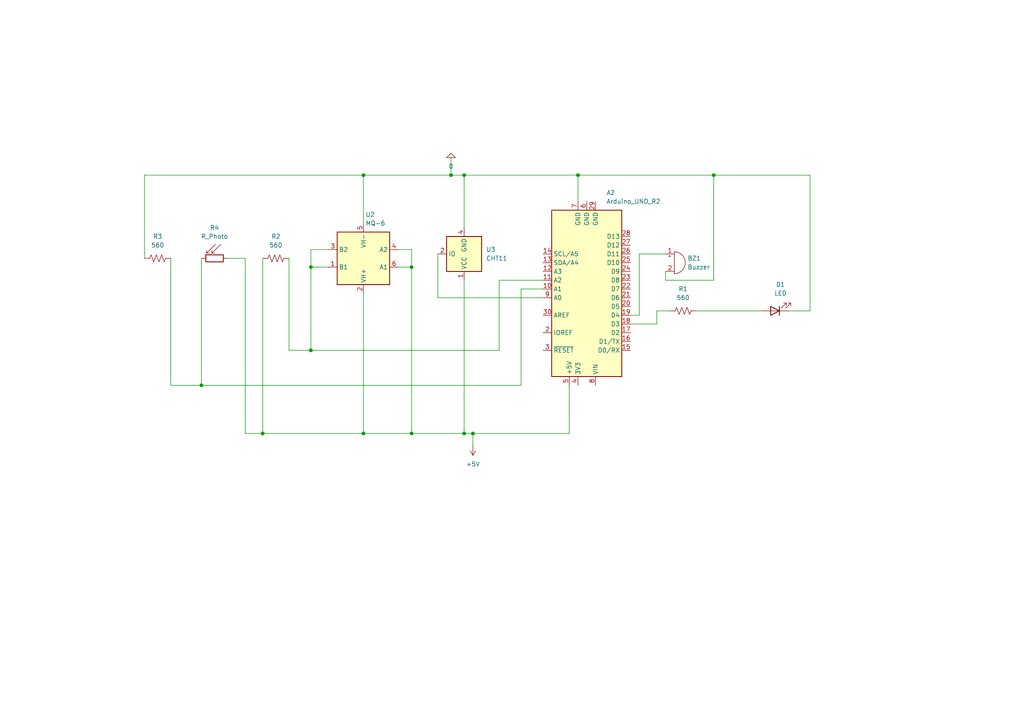
<source format=kicad_sch>
(kicad_sch (version 20230121) (generator eeschema)

  (uuid 379d01d2-c2ac-4388-98a1-30d97a5c0af9)

  (paper "A4")

  (lib_symbols
    (symbol "Device:Buzzer" (pin_names (offset 0.0254) hide) (in_bom yes) (on_board yes)
      (property "Reference" "BZ" (at 3.81 1.27 0)
        (effects (font (size 1.27 1.27)) (justify left))
      )
      (property "Value" "Buzzer" (at 3.81 -1.27 0)
        (effects (font (size 1.27 1.27)) (justify left))
      )
      (property "Footprint" "" (at -0.635 2.54 90)
        (effects (font (size 1.27 1.27)) hide)
      )
      (property "Datasheet" "~" (at -0.635 2.54 90)
        (effects (font (size 1.27 1.27)) hide)
      )
      (property "ki_keywords" "quartz resonator ceramic" (at 0 0 0)
        (effects (font (size 1.27 1.27)) hide)
      )
      (property "ki_description" "Buzzer, polarized" (at 0 0 0)
        (effects (font (size 1.27 1.27)) hide)
      )
      (property "ki_fp_filters" "*Buzzer*" (at 0 0 0)
        (effects (font (size 1.27 1.27)) hide)
      )
      (symbol "Buzzer_0_1"
        (arc (start 0 -3.175) (mid 3.1612 0) (end 0 3.175)
          (stroke (width 0) (type default))
          (fill (type none))
        )
        (polyline
          (pts
            (xy -1.651 1.905)
            (xy -1.143 1.905)
          )
          (stroke (width 0) (type default))
          (fill (type none))
        )
        (polyline
          (pts
            (xy -1.397 2.159)
            (xy -1.397 1.651)
          )
          (stroke (width 0) (type default))
          (fill (type none))
        )
        (polyline
          (pts
            (xy 0 3.175)
            (xy 0 -3.175)
          )
          (stroke (width 0) (type default))
          (fill (type none))
        )
      )
      (symbol "Buzzer_1_1"
        (pin passive line (at -2.54 2.54 0) (length 2.54)
          (name "-" (effects (font (size 1.27 1.27))))
          (number "1" (effects (font (size 1.27 1.27))))
        )
        (pin passive line (at -2.54 -2.54 0) (length 2.54)
          (name "+" (effects (font (size 1.27 1.27))))
          (number "2" (effects (font (size 1.27 1.27))))
        )
      )
    )
    (symbol "Device:LED" (pin_numbers hide) (pin_names (offset 1.016) hide) (in_bom yes) (on_board yes)
      (property "Reference" "D" (at 0 2.54 0)
        (effects (font (size 1.27 1.27)))
      )
      (property "Value" "LED" (at 0 -2.54 0)
        (effects (font (size 1.27 1.27)))
      )
      (property "Footprint" "" (at 0 0 0)
        (effects (font (size 1.27 1.27)) hide)
      )
      (property "Datasheet" "~" (at 0 0 0)
        (effects (font (size 1.27 1.27)) hide)
      )
      (property "ki_keywords" "LED diode" (at 0 0 0)
        (effects (font (size 1.27 1.27)) hide)
      )
      (property "ki_description" "Light emitting diode" (at 0 0 0)
        (effects (font (size 1.27 1.27)) hide)
      )
      (property "ki_fp_filters" "LED* LED_SMD:* LED_THT:*" (at 0 0 0)
        (effects (font (size 1.27 1.27)) hide)
      )
      (symbol "LED_0_1"
        (polyline
          (pts
            (xy -1.27 -1.27)
            (xy -1.27 1.27)
          )
          (stroke (width 0.254) (type default))
          (fill (type none))
        )
        (polyline
          (pts
            (xy -1.27 0)
            (xy 1.27 0)
          )
          (stroke (width 0) (type default))
          (fill (type none))
        )
        (polyline
          (pts
            (xy 1.27 -1.27)
            (xy 1.27 1.27)
            (xy -1.27 0)
            (xy 1.27 -1.27)
          )
          (stroke (width 0.254) (type default))
          (fill (type none))
        )
        (polyline
          (pts
            (xy -3.048 -0.762)
            (xy -4.572 -2.286)
            (xy -3.81 -2.286)
            (xy -4.572 -2.286)
            (xy -4.572 -1.524)
          )
          (stroke (width 0) (type default))
          (fill (type none))
        )
        (polyline
          (pts
            (xy -1.778 -0.762)
            (xy -3.302 -2.286)
            (xy -2.54 -2.286)
            (xy -3.302 -2.286)
            (xy -3.302 -1.524)
          )
          (stroke (width 0) (type default))
          (fill (type none))
        )
      )
      (symbol "LED_1_1"
        (pin passive line (at -3.81 0 0) (length 2.54)
          (name "K" (effects (font (size 1.27 1.27))))
          (number "1" (effects (font (size 1.27 1.27))))
        )
        (pin passive line (at 3.81 0 180) (length 2.54)
          (name "A" (effects (font (size 1.27 1.27))))
          (number "2" (effects (font (size 1.27 1.27))))
        )
      )
    )
    (symbol "Device:R_Photo" (pin_numbers hide) (pin_names (offset 0)) (in_bom yes) (on_board yes)
      (property "Reference" "R" (at 1.27 1.27 0)
        (effects (font (size 1.27 1.27)) (justify left))
      )
      (property "Value" "R_Photo" (at 1.27 0 0)
        (effects (font (size 1.27 1.27)) (justify left top))
      )
      (property "Footprint" "" (at 1.27 -6.35 90)
        (effects (font (size 1.27 1.27)) (justify left) hide)
      )
      (property "Datasheet" "~" (at 0 -1.27 0)
        (effects (font (size 1.27 1.27)) hide)
      )
      (property "ki_keywords" "resistor variable light sensitive opto LDR" (at 0 0 0)
        (effects (font (size 1.27 1.27)) hide)
      )
      (property "ki_description" "Photoresistor" (at 0 0 0)
        (effects (font (size 1.27 1.27)) hide)
      )
      (property "ki_fp_filters" "*LDR* R?LDR*" (at 0 0 0)
        (effects (font (size 1.27 1.27)) hide)
      )
      (symbol "R_Photo_0_1"
        (rectangle (start -1.016 2.54) (end 1.016 -2.54)
          (stroke (width 0.254) (type default))
          (fill (type none))
        )
        (polyline
          (pts
            (xy -1.524 -2.286)
            (xy -4.064 0.254)
          )
          (stroke (width 0) (type default))
          (fill (type none))
        )
        (polyline
          (pts
            (xy -1.524 -2.286)
            (xy -2.286 -2.286)
          )
          (stroke (width 0) (type default))
          (fill (type none))
        )
        (polyline
          (pts
            (xy -1.524 -2.286)
            (xy -1.524 -1.524)
          )
          (stroke (width 0) (type default))
          (fill (type none))
        )
        (polyline
          (pts
            (xy -1.524 -0.762)
            (xy -4.064 1.778)
          )
          (stroke (width 0) (type default))
          (fill (type none))
        )
        (polyline
          (pts
            (xy -1.524 -0.762)
            (xy -2.286 -0.762)
          )
          (stroke (width 0) (type default))
          (fill (type none))
        )
        (polyline
          (pts
            (xy -1.524 -0.762)
            (xy -1.524 0)
          )
          (stroke (width 0) (type default))
          (fill (type none))
        )
      )
      (symbol "R_Photo_1_1"
        (pin passive line (at 0 3.81 270) (length 1.27)
          (name "~" (effects (font (size 1.27 1.27))))
          (number "1" (effects (font (size 1.27 1.27))))
        )
        (pin passive line (at 0 -3.81 90) (length 1.27)
          (name "~" (effects (font (size 1.27 1.27))))
          (number "2" (effects (font (size 1.27 1.27))))
        )
      )
    )
    (symbol "Device:R_US" (pin_numbers hide) (pin_names (offset 0)) (in_bom yes) (on_board yes)
      (property "Reference" "R" (at 2.54 0 90)
        (effects (font (size 1.27 1.27)))
      )
      (property "Value" "R_US" (at -2.54 0 90)
        (effects (font (size 1.27 1.27)))
      )
      (property "Footprint" "" (at 1.016 -0.254 90)
        (effects (font (size 1.27 1.27)) hide)
      )
      (property "Datasheet" "~" (at 0 0 0)
        (effects (font (size 1.27 1.27)) hide)
      )
      (property "ki_keywords" "R res resistor" (at 0 0 0)
        (effects (font (size 1.27 1.27)) hide)
      )
      (property "ki_description" "Resistor, US symbol" (at 0 0 0)
        (effects (font (size 1.27 1.27)) hide)
      )
      (property "ki_fp_filters" "R_*" (at 0 0 0)
        (effects (font (size 1.27 1.27)) hide)
      )
      (symbol "R_US_0_1"
        (polyline
          (pts
            (xy 0 -2.286)
            (xy 0 -2.54)
          )
          (stroke (width 0) (type default))
          (fill (type none))
        )
        (polyline
          (pts
            (xy 0 2.286)
            (xy 0 2.54)
          )
          (stroke (width 0) (type default))
          (fill (type none))
        )
        (polyline
          (pts
            (xy 0 -0.762)
            (xy 1.016 -1.143)
            (xy 0 -1.524)
            (xy -1.016 -1.905)
            (xy 0 -2.286)
          )
          (stroke (width 0) (type default))
          (fill (type none))
        )
        (polyline
          (pts
            (xy 0 0.762)
            (xy 1.016 0.381)
            (xy 0 0)
            (xy -1.016 -0.381)
            (xy 0 -0.762)
          )
          (stroke (width 0) (type default))
          (fill (type none))
        )
        (polyline
          (pts
            (xy 0 2.286)
            (xy 1.016 1.905)
            (xy 0 1.524)
            (xy -1.016 1.143)
            (xy 0 0.762)
          )
          (stroke (width 0) (type default))
          (fill (type none))
        )
      )
      (symbol "R_US_1_1"
        (pin passive line (at 0 3.81 270) (length 1.27)
          (name "~" (effects (font (size 1.27 1.27))))
          (number "1" (effects (font (size 1.27 1.27))))
        )
        (pin passive line (at 0 -3.81 90) (length 1.27)
          (name "~" (effects (font (size 1.27 1.27))))
          (number "2" (effects (font (size 1.27 1.27))))
        )
      )
    )
    (symbol "MCU_Module:Arduino_UNO_R2" (in_bom yes) (on_board yes)
      (property "Reference" "A" (at -10.16 23.495 0)
        (effects (font (size 1.27 1.27)) (justify left bottom))
      )
      (property "Value" "Arduino_UNO_R2" (at 5.08 -26.67 0)
        (effects (font (size 1.27 1.27)) (justify left top))
      )
      (property "Footprint" "Module:Arduino_UNO_R2" (at 0 0 0)
        (effects (font (size 1.27 1.27) italic) hide)
      )
      (property "Datasheet" "https://www.arduino.cc/en/Main/arduinoBoardUno" (at 0 0 0)
        (effects (font (size 1.27 1.27)) hide)
      )
      (property "ki_keywords" "Arduino UNO R3 Microcontroller Module Atmel AVR USB" (at 0 0 0)
        (effects (font (size 1.27 1.27)) hide)
      )
      (property "ki_description" "Arduino UNO Microcontroller Module, release 2" (at 0 0 0)
        (effects (font (size 1.27 1.27)) hide)
      )
      (property "ki_fp_filters" "Arduino*UNO*R2*" (at 0 0 0)
        (effects (font (size 1.27 1.27)) hide)
      )
      (symbol "Arduino_UNO_R2_0_1"
        (rectangle (start -10.16 22.86) (end 10.16 -25.4)
          (stroke (width 0.254) (type default))
          (fill (type background))
        )
      )
      (symbol "Arduino_UNO_R2_1_1"
        (pin no_connect line (at -10.16 -20.32 0) (length 2.54) hide
          (name "NC" (effects (font (size 1.27 1.27))))
          (number "1" (effects (font (size 1.27 1.27))))
        )
        (pin bidirectional line (at 12.7 -2.54 180) (length 2.54)
          (name "A1" (effects (font (size 1.27 1.27))))
          (number "10" (effects (font (size 1.27 1.27))))
        )
        (pin bidirectional line (at 12.7 -5.08 180) (length 2.54)
          (name "A2" (effects (font (size 1.27 1.27))))
          (number "11" (effects (font (size 1.27 1.27))))
        )
        (pin bidirectional line (at 12.7 -7.62 180) (length 2.54)
          (name "A3" (effects (font (size 1.27 1.27))))
          (number "12" (effects (font (size 1.27 1.27))))
        )
        (pin bidirectional line (at 12.7 -10.16 180) (length 2.54)
          (name "SDA/A4" (effects (font (size 1.27 1.27))))
          (number "13" (effects (font (size 1.27 1.27))))
        )
        (pin bidirectional line (at 12.7 -12.7 180) (length 2.54)
          (name "SCL/A5" (effects (font (size 1.27 1.27))))
          (number "14" (effects (font (size 1.27 1.27))))
        )
        (pin bidirectional line (at -12.7 15.24 0) (length 2.54)
          (name "D0/RX" (effects (font (size 1.27 1.27))))
          (number "15" (effects (font (size 1.27 1.27))))
        )
        (pin bidirectional line (at -12.7 12.7 0) (length 2.54)
          (name "D1/TX" (effects (font (size 1.27 1.27))))
          (number "16" (effects (font (size 1.27 1.27))))
        )
        (pin bidirectional line (at -12.7 10.16 0) (length 2.54)
          (name "D2" (effects (font (size 1.27 1.27))))
          (number "17" (effects (font (size 1.27 1.27))))
        )
        (pin bidirectional line (at -12.7 7.62 0) (length 2.54)
          (name "D3" (effects (font (size 1.27 1.27))))
          (number "18" (effects (font (size 1.27 1.27))))
        )
        (pin bidirectional line (at -12.7 5.08 0) (length 2.54)
          (name "D4" (effects (font (size 1.27 1.27))))
          (number "19" (effects (font (size 1.27 1.27))))
        )
        (pin output line (at 12.7 10.16 180) (length 2.54)
          (name "IOREF" (effects (font (size 1.27 1.27))))
          (number "2" (effects (font (size 1.27 1.27))))
        )
        (pin bidirectional line (at -12.7 2.54 0) (length 2.54)
          (name "D5" (effects (font (size 1.27 1.27))))
          (number "20" (effects (font (size 1.27 1.27))))
        )
        (pin bidirectional line (at -12.7 0 0) (length 2.54)
          (name "D6" (effects (font (size 1.27 1.27))))
          (number "21" (effects (font (size 1.27 1.27))))
        )
        (pin bidirectional line (at -12.7 -2.54 0) (length 2.54)
          (name "D7" (effects (font (size 1.27 1.27))))
          (number "22" (effects (font (size 1.27 1.27))))
        )
        (pin bidirectional line (at -12.7 -5.08 0) (length 2.54)
          (name "D8" (effects (font (size 1.27 1.27))))
          (number "23" (effects (font (size 1.27 1.27))))
        )
        (pin bidirectional line (at -12.7 -7.62 0) (length 2.54)
          (name "D9" (effects (font (size 1.27 1.27))))
          (number "24" (effects (font (size 1.27 1.27))))
        )
        (pin bidirectional line (at -12.7 -10.16 0) (length 2.54)
          (name "D10" (effects (font (size 1.27 1.27))))
          (number "25" (effects (font (size 1.27 1.27))))
        )
        (pin bidirectional line (at -12.7 -12.7 0) (length 2.54)
          (name "D11" (effects (font (size 1.27 1.27))))
          (number "26" (effects (font (size 1.27 1.27))))
        )
        (pin bidirectional line (at -12.7 -15.24 0) (length 2.54)
          (name "D12" (effects (font (size 1.27 1.27))))
          (number "27" (effects (font (size 1.27 1.27))))
        )
        (pin bidirectional line (at -12.7 -17.78 0) (length 2.54)
          (name "D13" (effects (font (size 1.27 1.27))))
          (number "28" (effects (font (size 1.27 1.27))))
        )
        (pin power_in line (at -2.54 -27.94 90) (length 2.54)
          (name "GND" (effects (font (size 1.27 1.27))))
          (number "29" (effects (font (size 1.27 1.27))))
        )
        (pin input line (at 12.7 15.24 180) (length 2.54)
          (name "~{RESET}" (effects (font (size 1.27 1.27))))
          (number "3" (effects (font (size 1.27 1.27))))
        )
        (pin input line (at 12.7 5.08 180) (length 2.54)
          (name "AREF" (effects (font (size 1.27 1.27))))
          (number "30" (effects (font (size 1.27 1.27))))
        )
        (pin power_out line (at 2.54 25.4 270) (length 2.54)
          (name "3V3" (effects (font (size 1.27 1.27))))
          (number "4" (effects (font (size 1.27 1.27))))
        )
        (pin power_out line (at 5.08 25.4 270) (length 2.54)
          (name "+5V" (effects (font (size 1.27 1.27))))
          (number "5" (effects (font (size 1.27 1.27))))
        )
        (pin power_in line (at 0 -27.94 90) (length 2.54)
          (name "GND" (effects (font (size 1.27 1.27))))
          (number "6" (effects (font (size 1.27 1.27))))
        )
        (pin power_in line (at 2.54 -27.94 90) (length 2.54)
          (name "GND" (effects (font (size 1.27 1.27))))
          (number "7" (effects (font (size 1.27 1.27))))
        )
        (pin power_in line (at -2.54 25.4 270) (length 2.54)
          (name "VIN" (effects (font (size 1.27 1.27))))
          (number "8" (effects (font (size 1.27 1.27))))
        )
        (pin bidirectional line (at 12.7 0 180) (length 2.54)
          (name "A0" (effects (font (size 1.27 1.27))))
          (number "9" (effects (font (size 1.27 1.27))))
        )
      )
    )
    (symbol "Sensor:CHT11" (in_bom yes) (on_board yes)
      (property "Reference" "U" (at -3.81 6.35 0)
        (effects (font (size 1.27 1.27)))
      )
      (property "Value" "CHT11" (at 3.81 6.35 0)
        (effects (font (size 1.27 1.27)))
      )
      (property "Footprint" "Sensor:Aosong_DHT11_5.5x12.0_P2.54mm" (at 0 -10.16 0)
        (effects (font (size 1.27 1.27)) hide)
      )
      (property "Datasheet" "http://aosong.com/en/products-21.html" (at 3.81 6.35 0)
        (effects (font (size 1.27 1.27)) hide)
      )
      (property "ki_keywords" "Digital temperature humidity sensor" (at 0 0 0)
        (effects (font (size 1.27 1.27)) hide)
      )
      (property "ki_description" "Temperature and humidity module" (at 0 0 0)
        (effects (font (size 1.27 1.27)) hide)
      )
      (property "ki_fp_filters" "Aosong*DHT11*5.5x12.0*P2.54mm*" (at 0 0 0)
        (effects (font (size 1.27 1.27)) hide)
      )
      (symbol "CHT11_0_1"
        (rectangle (start -5.08 5.08) (end 5.08 -5.08)
          (stroke (width 0.254) (type default))
          (fill (type background))
        )
      )
      (symbol "CHT11_1_1"
        (pin power_in line (at 0 7.62 270) (length 2.54)
          (name "VCC" (effects (font (size 1.27 1.27))))
          (number "1" (effects (font (size 1.27 1.27))))
        )
        (pin bidirectional line (at 7.62 0 180) (length 2.54)
          (name "IO" (effects (font (size 1.27 1.27))))
          (number "2" (effects (font (size 1.27 1.27))))
        )
        (pin no_connect line (at -5.08 0 0) (length 2.54) hide
          (name "NC" (effects (font (size 1.27 1.27))))
          (number "3" (effects (font (size 1.27 1.27))))
        )
        (pin power_in line (at 0 -7.62 90) (length 2.54)
          (name "GND" (effects (font (size 1.27 1.27))))
          (number "4" (effects (font (size 1.27 1.27))))
        )
      )
    )
    (symbol "Sensor_Gas:MQ-6" (in_bom yes) (on_board yes)
      (property "Reference" "U" (at -6.35 8.89 0)
        (effects (font (size 1.27 1.27)))
      )
      (property "Value" "MQ-6" (at 3.81 8.89 0)
        (effects (font (size 1.27 1.27)))
      )
      (property "Footprint" "Sensor:MQ-6" (at 1.27 -11.43 0)
        (effects (font (size 1.27 1.27)) hide)
      )
      (property "Datasheet" "https://www.winsen-sensor.com/d/files/semiconductor/mq-6.pdf" (at 0 6.35 0)
        (effects (font (size 1.27 1.27)) hide)
      )
      (property "ki_keywords" "flammable gas sensor LPG" (at 0 0 0)
        (effects (font (size 1.27 1.27)) hide)
      )
      (property "ki_description" "Semiconductor Sensor for Flammable Gas" (at 0 0 0)
        (effects (font (size 1.27 1.27)) hide)
      )
      (property "ki_fp_filters" "*MQ*6*" (at 0 0 0)
        (effects (font (size 1.27 1.27)) hide)
      )
      (symbol "MQ-6_0_1"
        (rectangle (start -7.62 7.62) (end 7.62 -7.62)
          (stroke (width 0.254) (type default))
          (fill (type background))
        )
      )
      (symbol "MQ-6_1_1"
        (pin passive line (at 10.16 2.54 180) (length 2.54)
          (name "B1" (effects (font (size 1.27 1.27))))
          (number "1" (effects (font (size 1.27 1.27))))
        )
        (pin power_in line (at 0 10.16 270) (length 2.54)
          (name "VH+" (effects (font (size 1.27 1.27))))
          (number "2" (effects (font (size 1.27 1.27))))
        )
        (pin passive line (at 10.16 -2.54 180) (length 2.54)
          (name "B2" (effects (font (size 1.27 1.27))))
          (number "3" (effects (font (size 1.27 1.27))))
        )
        (pin passive line (at -10.16 -2.54 0) (length 2.54)
          (name "A2" (effects (font (size 1.27 1.27))))
          (number "4" (effects (font (size 1.27 1.27))))
        )
        (pin power_in line (at 0 -10.16 90) (length 2.54)
          (name "VH-" (effects (font (size 1.27 1.27))))
          (number "5" (effects (font (size 1.27 1.27))))
        )
        (pin passive line (at -10.16 2.54 0) (length 2.54)
          (name "A1" (effects (font (size 1.27 1.27))))
          (number "6" (effects (font (size 1.27 1.27))))
        )
      )
    )
    (symbol "Simulation_SPICE:0" (power) (pin_names (offset 0)) (in_bom yes) (on_board yes)
      (property "Reference" "#GND" (at 0 -2.54 0)
        (effects (font (size 1.27 1.27)) hide)
      )
      (property "Value" "0" (at 0 -1.778 0)
        (effects (font (size 1.27 1.27)))
      )
      (property "Footprint" "" (at 0 0 0)
        (effects (font (size 1.27 1.27)) hide)
      )
      (property "Datasheet" "~" (at 0 0 0)
        (effects (font (size 1.27 1.27)) hide)
      )
      (property "ki_keywords" "simulation" (at 0 0 0)
        (effects (font (size 1.27 1.27)) hide)
      )
      (property "ki_description" "0V reference potential for simulation" (at 0 0 0)
        (effects (font (size 1.27 1.27)) hide)
      )
      (symbol "0_0_1"
        (polyline
          (pts
            (xy -1.27 0)
            (xy 0 -1.27)
            (xy 1.27 0)
            (xy -1.27 0)
          )
          (stroke (width 0) (type default))
          (fill (type none))
        )
      )
      (symbol "0_1_1"
        (pin power_in line (at 0 0 0) (length 0) hide
          (name "0" (effects (font (size 1.016 1.016))))
          (number "1" (effects (font (size 1.016 1.016))))
        )
      )
    )
    (symbol "power:+5V" (power) (pin_names (offset 0)) (in_bom yes) (on_board yes)
      (property "Reference" "#PWR" (at 0 -3.81 0)
        (effects (font (size 1.27 1.27)) hide)
      )
      (property "Value" "+5V" (at 0 3.556 0)
        (effects (font (size 1.27 1.27)))
      )
      (property "Footprint" "" (at 0 0 0)
        (effects (font (size 1.27 1.27)) hide)
      )
      (property "Datasheet" "" (at 0 0 0)
        (effects (font (size 1.27 1.27)) hide)
      )
      (property "ki_keywords" "global power" (at 0 0 0)
        (effects (font (size 1.27 1.27)) hide)
      )
      (property "ki_description" "Power symbol creates a global label with name \"+5V\"" (at 0 0 0)
        (effects (font (size 1.27 1.27)) hide)
      )
      (symbol "+5V_0_1"
        (polyline
          (pts
            (xy -0.762 1.27)
            (xy 0 2.54)
          )
          (stroke (width 0) (type default))
          (fill (type none))
        )
        (polyline
          (pts
            (xy 0 0)
            (xy 0 2.54)
          )
          (stroke (width 0) (type default))
          (fill (type none))
        )
        (polyline
          (pts
            (xy 0 2.54)
            (xy 0.762 1.27)
          )
          (stroke (width 0) (type default))
          (fill (type none))
        )
      )
      (symbol "+5V_1_1"
        (pin power_in line (at 0 0 90) (length 0) hide
          (name "+5V" (effects (font (size 1.27 1.27))))
          (number "1" (effects (font (size 1.27 1.27))))
        )
      )
    )
  )

  (junction (at 137.16 125.73) (diameter 0) (color 0 0 0 0)
    (uuid 0dd76a0d-6f43-4b91-bfea-f9392defb786)
  )
  (junction (at 130.81 50.8) (diameter 0) (color 0 0 0 0)
    (uuid 3a0059aa-e2ce-41c8-8e79-6453f6b27dc4)
  )
  (junction (at 76.2 125.73) (diameter 0) (color 0 0 0 0)
    (uuid 49c9e65f-ce48-4f64-84a7-d734bba9038f)
  )
  (junction (at 90.17 101.6) (diameter 0) (color 0 0 0 0)
    (uuid 58691e2f-97c5-41aa-be38-35c001b8f847)
  )
  (junction (at 207.01 50.8) (diameter 0) (color 0 0 0 0)
    (uuid 58f4404b-e039-406a-8bd2-1d4dbd386b05)
  )
  (junction (at 90.17 77.47) (diameter 0) (color 0 0 0 0)
    (uuid 679fa4b3-77d4-49fd-bfc3-df9e579a4fd9)
  )
  (junction (at 105.41 50.8) (diameter 0) (color 0 0 0 0)
    (uuid 715ee286-77a8-4161-9053-e12a04a6dd81)
  )
  (junction (at 134.62 125.73) (diameter 0) (color 0 0 0 0)
    (uuid 771ca81c-049a-4814-add0-d3a9e776e35c)
  )
  (junction (at 134.62 50.8) (diameter 0) (color 0 0 0 0)
    (uuid 77811f43-05ea-46ac-8210-cebd0871b61a)
  )
  (junction (at 167.64 50.8) (diameter 0) (color 0 0 0 0)
    (uuid b3310193-3cb9-4ee7-ae9d-d69c380c3e4c)
  )
  (junction (at 119.38 125.73) (diameter 0) (color 0 0 0 0)
    (uuid b50d7360-0c7b-4c03-ad95-bdabfd389002)
  )
  (junction (at 58.42 111.76) (diameter 0) (color 0 0 0 0)
    (uuid bf3bb13c-4579-4560-bb18-e5e552373ab0)
  )
  (junction (at 105.41 125.73) (diameter 0) (color 0 0 0 0)
    (uuid dd2627ec-6a45-4ac8-853f-0ae946fa8534)
  )
  (junction (at 119.38 77.47) (diameter 0) (color 0 0 0 0)
    (uuid fa1b5ae6-5d5f-40f7-92e6-83c4b0e9c969)
  )

  (wire (pts (xy 185.42 73.66) (xy 185.42 91.44))
    (stroke (width 0) (type default))
    (uuid 0e1a7416-8528-41c9-8626-01d7a8ecdec7)
  )
  (wire (pts (xy 134.62 125.73) (xy 137.16 125.73))
    (stroke (width 0) (type default))
    (uuid 0f8381b9-63f2-4bd2-89f6-848587f596ec)
  )
  (wire (pts (xy 119.38 125.73) (xy 134.62 125.73))
    (stroke (width 0) (type default))
    (uuid 17753455-59f3-4125-b3b9-d048047dbb83)
  )
  (wire (pts (xy 144.78 81.28) (xy 144.78 101.6))
    (stroke (width 0) (type default))
    (uuid 177c3955-8e1f-41e0-94de-c51eb035a243)
  )
  (wire (pts (xy 151.13 83.82) (xy 151.13 111.76))
    (stroke (width 0) (type default))
    (uuid 17ea240f-5d97-4b5e-801c-bfc8e22fdd40)
  )
  (wire (pts (xy 194.31 90.17) (xy 190.5 90.17))
    (stroke (width 0) (type default))
    (uuid 181d465f-bb6e-481b-8773-0f802cf6fb3b)
  )
  (wire (pts (xy 115.57 72.39) (xy 119.38 72.39))
    (stroke (width 0) (type default))
    (uuid 1b218b1c-4f08-4f67-bbe5-eb4c4acc9bcb)
  )
  (wire (pts (xy 167.64 50.8) (xy 207.01 50.8))
    (stroke (width 0) (type default))
    (uuid 20b7c563-c9dc-44e3-9b8d-b7d0f023177b)
  )
  (wire (pts (xy 49.53 111.76) (xy 58.42 111.76))
    (stroke (width 0) (type default))
    (uuid 29f9c1e9-604b-4e87-ab96-4569a64c92c8)
  )
  (wire (pts (xy 127 86.36) (xy 157.48 86.36))
    (stroke (width 0) (type default))
    (uuid 30df68c5-d68a-48cd-a723-68e71593573a)
  )
  (wire (pts (xy 207.01 50.8) (xy 234.95 50.8))
    (stroke (width 0) (type default))
    (uuid 3b75c441-1f9d-4fb6-98f8-10b797dc2cad)
  )
  (wire (pts (xy 134.62 50.8) (xy 167.64 50.8))
    (stroke (width 0) (type default))
    (uuid 41c5b82c-9b33-4750-b717-390c018eece5)
  )
  (wire (pts (xy 201.93 90.17) (xy 220.98 90.17))
    (stroke (width 0) (type default))
    (uuid 431816fd-4834-4ea4-884e-1ce0102df6f0)
  )
  (wire (pts (xy 105.41 125.73) (xy 119.38 125.73))
    (stroke (width 0) (type default))
    (uuid 44858bd8-18a4-49f3-804d-9d10f12559f6)
  )
  (wire (pts (xy 76.2 125.73) (xy 105.41 125.73))
    (stroke (width 0) (type default))
    (uuid 44b31897-294e-4135-aa08-154a5bb1a9e7)
  )
  (wire (pts (xy 193.04 73.66) (xy 185.42 73.66))
    (stroke (width 0) (type default))
    (uuid 45e80131-d936-493e-b5f5-fa274e5c5655)
  )
  (wire (pts (xy 90.17 72.39) (xy 95.25 72.39))
    (stroke (width 0) (type default))
    (uuid 498104b8-05cb-4ebe-982e-f4113302501e)
  )
  (wire (pts (xy 167.64 50.8) (xy 167.64 58.42))
    (stroke (width 0) (type default))
    (uuid 4a466a9f-9fcb-43b0-8b56-e0b310a1e081)
  )
  (wire (pts (xy 130.81 50.8) (xy 134.62 50.8))
    (stroke (width 0) (type default))
    (uuid 4b7614ea-43bd-417d-9d33-aca73126569e)
  )
  (wire (pts (xy 49.53 74.93) (xy 49.53 111.76))
    (stroke (width 0) (type default))
    (uuid 51ab2a0d-cbc8-4e58-b185-a2a31cc6901b)
  )
  (wire (pts (xy 190.5 93.98) (xy 182.88 93.98))
    (stroke (width 0) (type default))
    (uuid 52cad131-2b71-419f-82b1-fd7f57d061a4)
  )
  (wire (pts (xy 165.1 125.73) (xy 165.1 111.76))
    (stroke (width 0) (type default))
    (uuid 5aff6aa8-2281-47f6-9b9f-9e6d25e159f6)
  )
  (wire (pts (xy 119.38 72.39) (xy 119.38 77.47))
    (stroke (width 0) (type default))
    (uuid 6524e5d9-901e-465e-a22a-985027517d01)
  )
  (wire (pts (xy 134.62 66.04) (xy 134.62 50.8))
    (stroke (width 0) (type default))
    (uuid 6a0c3cbd-901c-4e77-aab3-f7442a78630e)
  )
  (wire (pts (xy 71.12 74.93) (xy 71.12 125.73))
    (stroke (width 0) (type default))
    (uuid 6be6556f-83e0-4bce-8a84-6790ac0fd6d1)
  )
  (wire (pts (xy 66.04 74.93) (xy 71.12 74.93))
    (stroke (width 0) (type default))
    (uuid 6cfa0a2e-096a-47a8-b3f9-2eb30cfd584f)
  )
  (wire (pts (xy 119.38 77.47) (xy 119.38 125.73))
    (stroke (width 0) (type default))
    (uuid 79834fff-a2c1-4b44-8cae-35dc7c46d87a)
  )
  (wire (pts (xy 134.62 81.28) (xy 134.62 125.73))
    (stroke (width 0) (type default))
    (uuid 7cb7d401-dfb7-433c-8e9c-810acb0144c9)
  )
  (wire (pts (xy 58.42 74.93) (xy 58.42 111.76))
    (stroke (width 0) (type default))
    (uuid 858245c2-1fb6-4773-a834-3109b56de4b2)
  )
  (wire (pts (xy 144.78 101.6) (xy 90.17 101.6))
    (stroke (width 0) (type default))
    (uuid 89c47348-462c-4733-aaf7-5f15a320aae8)
  )
  (wire (pts (xy 157.48 81.28) (xy 144.78 81.28))
    (stroke (width 0) (type default))
    (uuid 92d3a2ee-70cd-430e-bb53-f673556a1f68)
  )
  (wire (pts (xy 115.57 77.47) (xy 119.38 77.47))
    (stroke (width 0) (type default))
    (uuid 9606d4e3-13e9-4473-9473-f6732ba144c3)
  )
  (wire (pts (xy 137.16 125.73) (xy 165.1 125.73))
    (stroke (width 0) (type default))
    (uuid 96e14d89-d771-4536-a908-128f350e69f1)
  )
  (wire (pts (xy 105.41 85.09) (xy 105.41 125.73))
    (stroke (width 0) (type default))
    (uuid 99adf821-b571-413c-a28a-e31444d8bec2)
  )
  (wire (pts (xy 137.16 125.73) (xy 137.16 129.54))
    (stroke (width 0) (type default))
    (uuid 9d64239d-070a-4c6c-9765-130481c88605)
  )
  (wire (pts (xy 190.5 90.17) (xy 190.5 93.98))
    (stroke (width 0) (type default))
    (uuid a3c7aa95-927f-4e60-9d96-67a4c87f1565)
  )
  (wire (pts (xy 83.82 74.93) (xy 83.82 101.6))
    (stroke (width 0) (type default))
    (uuid a587c718-be5b-47d6-bb0f-0a406b738f92)
  )
  (wire (pts (xy 83.82 101.6) (xy 90.17 101.6))
    (stroke (width 0) (type default))
    (uuid a78ba839-c857-46c7-8837-4a847de9e86c)
  )
  (wire (pts (xy 185.42 91.44) (xy 182.88 91.44))
    (stroke (width 0) (type default))
    (uuid a7d8eebd-633f-4a0f-ac8a-48c2295927c6)
  )
  (wire (pts (xy 41.91 50.8) (xy 105.41 50.8))
    (stroke (width 0) (type default))
    (uuid a908da18-aa12-4044-8160-3d07dba1dbbd)
  )
  (wire (pts (xy 105.41 64.77) (xy 105.41 50.8))
    (stroke (width 0) (type default))
    (uuid b1011aea-b880-4d79-b178-eab15c467b33)
  )
  (wire (pts (xy 71.12 125.73) (xy 76.2 125.73))
    (stroke (width 0) (type default))
    (uuid bc57e08a-e7e2-4b31-b082-11c01e6bc540)
  )
  (wire (pts (xy 207.01 81.28) (xy 207.01 50.8))
    (stroke (width 0) (type default))
    (uuid bf54c68d-6e9c-421b-8487-7df1456bb79b)
  )
  (wire (pts (xy 228.6 90.17) (xy 234.95 90.17))
    (stroke (width 0) (type default))
    (uuid c810cbf8-8dfb-4ea1-a403-a15c27a08a84)
  )
  (wire (pts (xy 90.17 77.47) (xy 90.17 72.39))
    (stroke (width 0) (type default))
    (uuid cc132d9e-ff6e-417e-84ca-f07ce2f30861)
  )
  (wire (pts (xy 90.17 77.47) (xy 95.25 77.47))
    (stroke (width 0) (type default))
    (uuid dca62137-b205-4dea-ab1d-8387cbec1eb2)
  )
  (wire (pts (xy 130.81 45.72) (xy 130.81 50.8))
    (stroke (width 0) (type default))
    (uuid e0c00591-fd08-4786-907b-56ee644efec9)
  )
  (wire (pts (xy 76.2 74.93) (xy 76.2 125.73))
    (stroke (width 0) (type default))
    (uuid e485ea09-0f0c-4893-900d-d7dbebe53d95)
  )
  (wire (pts (xy 193.04 78.74) (xy 193.04 81.28))
    (stroke (width 0) (type default))
    (uuid e6c7e6a4-ccb1-41fe-aed1-69e0da917ca6)
  )
  (wire (pts (xy 151.13 111.76) (xy 58.42 111.76))
    (stroke (width 0) (type default))
    (uuid edf38fc2-8b13-45f0-822c-65f1fff48964)
  )
  (wire (pts (xy 90.17 101.6) (xy 90.17 77.47))
    (stroke (width 0) (type default))
    (uuid f245836f-d20e-4a2a-b3ed-22204bf098d5)
  )
  (wire (pts (xy 157.48 83.82) (xy 151.13 83.82))
    (stroke (width 0) (type default))
    (uuid f2deb59c-7e25-46fe-9c2b-7a6bd3d9fbbf)
  )
  (wire (pts (xy 127 73.66) (xy 127 86.36))
    (stroke (width 0) (type default))
    (uuid f47a9805-ce51-4fb7-bad9-40376cbb29be)
  )
  (wire (pts (xy 193.04 81.28) (xy 207.01 81.28))
    (stroke (width 0) (type default))
    (uuid f5d40d58-f5aa-4818-93b1-8ab7d40dc82f)
  )
  (wire (pts (xy 105.41 50.8) (xy 130.81 50.8))
    (stroke (width 0) (type default))
    (uuid f812ebe2-59ca-4802-a320-6554052c5264)
  )
  (wire (pts (xy 41.91 74.93) (xy 41.91 50.8))
    (stroke (width 0) (type default))
    (uuid fa5a85e3-4fad-4b7f-a991-fd617e000260)
  )
  (wire (pts (xy 234.95 90.17) (xy 234.95 50.8))
    (stroke (width 0) (type default))
    (uuid fcaad64b-ed12-490e-8bff-b527e3cb0114)
  )

  (symbol (lib_id "Device:R_US") (at 80.01 74.93 90) (unit 1)
    (in_bom yes) (on_board yes) (dnp no) (fields_autoplaced)
    (uuid 0025b0bb-af52-43e7-8136-cb8f9f3ca392)
    (property "Reference" "R2" (at 80.01 68.58 90)
      (effects (font (size 1.27 1.27)))
    )
    (property "Value" "560" (at 80.01 71.12 90)
      (effects (font (size 1.27 1.27)))
    )
    (property "Footprint" "Resistor_THT:R_Axial_DIN0207_L6.3mm_D2.5mm_P10.16mm_Horizontal" (at 80.264 73.914 90)
      (effects (font (size 1.27 1.27)) hide)
    )
    (property "Datasheet" "~" (at 80.01 74.93 0)
      (effects (font (size 1.27 1.27)) hide)
    )
    (pin "1" (uuid e3635cca-c7a5-4c15-ab5e-ed8272e70d63))
    (pin "2" (uuid 0545ebe4-3a60-4ba2-9ff1-7aca14c293cd))
    (instances
      (project "final"
        (path "/379d01d2-c2ac-4388-98a1-30d97a5c0af9"
          (reference "R2") (unit 1)
        )
      )
    )
  )

  (symbol (lib_id "Sensor:CHT11") (at 134.62 73.66 180) (unit 1)
    (in_bom yes) (on_board yes) (dnp no) (fields_autoplaced)
    (uuid 139e31cd-a202-4bc9-8aa2-daace78eb2e2)
    (property "Reference" "U3" (at 140.97 72.39 0)
      (effects (font (size 1.27 1.27)) (justify right))
    )
    (property "Value" "CHT11" (at 140.97 74.93 0)
      (effects (font (size 1.27 1.27)) (justify right))
    )
    (property "Footprint" "Sensor:Aosong_DHT11_5.5x12.0_P2.54mm" (at 134.62 63.5 0)
      (effects (font (size 1.27 1.27)) hide)
    )
    (property "Datasheet" "http://aosong.com/en/products-21.html" (at 130.81 80.01 0)
      (effects (font (size 1.27 1.27)) hide)
    )
    (pin "1" (uuid d88190cf-f47c-4b6b-9c0b-3cd6d6706a54))
    (pin "2" (uuid afca24d1-cfe0-43c3-b950-4d731fd18d2e))
    (pin "3" (uuid 542599c4-442b-456e-a119-b273e3b48aaf))
    (pin "4" (uuid 28763c6c-4063-475e-b6f4-92504282ca18))
    (instances
      (project "final"
        (path "/379d01d2-c2ac-4388-98a1-30d97a5c0af9"
          (reference "U3") (unit 1)
        )
      )
    )
  )

  (symbol (lib_id "Device:R_US") (at 45.72 74.93 90) (unit 1)
    (in_bom yes) (on_board yes) (dnp no) (fields_autoplaced)
    (uuid 23c7d12e-fead-4ff2-b07b-cd673d8e3b61)
    (property "Reference" "R3" (at 45.72 68.58 90)
      (effects (font (size 1.27 1.27)))
    )
    (property "Value" "560" (at 45.72 71.12 90)
      (effects (font (size 1.27 1.27)))
    )
    (property "Footprint" "Resistor_THT:R_Axial_DIN0207_L6.3mm_D2.5mm_P10.16mm_Horizontal" (at 45.974 73.914 90)
      (effects (font (size 1.27 1.27)) hide)
    )
    (property "Datasheet" "~" (at 45.72 74.93 0)
      (effects (font (size 1.27 1.27)) hide)
    )
    (pin "1" (uuid 31af6639-600e-42e4-acf7-5c3ab938299b))
    (pin "2" (uuid d1862910-3b79-4cc9-baea-711ab743e93b))
    (instances
      (project "final"
        (path "/379d01d2-c2ac-4388-98a1-30d97a5c0af9"
          (reference "R3") (unit 1)
        )
      )
    )
  )

  (symbol (lib_id "Simulation_SPICE:0") (at 130.81 45.72 180) (unit 1)
    (in_bom yes) (on_board yes) (dnp no) (fields_autoplaced)
    (uuid 714bb2f6-af02-4008-8e8d-f4e87892a2b8)
    (property "Reference" "#GND01" (at 130.81 43.18 0)
      (effects (font (size 1.27 1.27)) hide)
    )
    (property "Value" "0" (at 130.81 48.26 0)
      (effects (font (size 1.27 1.27)))
    )
    (property "Footprint" "" (at 130.81 45.72 0)
      (effects (font (size 1.27 1.27)) hide)
    )
    (property "Datasheet" "~" (at 130.81 45.72 0)
      (effects (font (size 1.27 1.27)) hide)
    )
    (pin "1" (uuid ef1ba961-0a1b-440a-a923-61b8a2d92522))
    (instances
      (project "final"
        (path "/379d01d2-c2ac-4388-98a1-30d97a5c0af9"
          (reference "#GND01") (unit 1)
        )
      )
    )
  )

  (symbol (lib_id "Device:R_Photo") (at 62.23 74.93 270) (unit 1)
    (in_bom yes) (on_board yes) (dnp no) (fields_autoplaced)
    (uuid 7fcf5c9f-9c90-443c-99e2-34e0662a2486)
    (property "Reference" "R4" (at 62.23 66.04 90)
      (effects (font (size 1.27 1.27)))
    )
    (property "Value" "R_Photo" (at 62.23 68.58 90)
      (effects (font (size 1.27 1.27)))
    )
    (property "Footprint" "Sensor:LuminOX_LOX-O2" (at 55.88 76.2 90)
      (effects (font (size 1.27 1.27)) (justify left) hide)
    )
    (property "Datasheet" "~" (at 60.96 74.93 0)
      (effects (font (size 1.27 1.27)) hide)
    )
    (pin "1" (uuid 029507a5-b6c8-44ef-9fef-3901c278f2e2))
    (pin "2" (uuid d57a3421-ea11-4a5b-86c6-217ba1b18282))
    (instances
      (project "final"
        (path "/379d01d2-c2ac-4388-98a1-30d97a5c0af9"
          (reference "R4") (unit 1)
        )
      )
    )
  )

  (symbol (lib_id "Device:LED") (at 224.79 90.17 180) (unit 1)
    (in_bom yes) (on_board yes) (dnp no) (fields_autoplaced)
    (uuid a30df0b8-8b20-4019-bf5a-8901715bca89)
    (property "Reference" "D1" (at 226.3775 82.55 0)
      (effects (font (size 1.27 1.27)))
    )
    (property "Value" "LED" (at 226.3775 85.09 0)
      (effects (font (size 1.27 1.27)))
    )
    (property "Footprint" "LED_THT:LED_D3.0mm" (at 224.79 90.17 0)
      (effects (font (size 1.27 1.27)) hide)
    )
    (property "Datasheet" "~" (at 224.79 90.17 0)
      (effects (font (size 1.27 1.27)) hide)
    )
    (pin "1" (uuid dae307f2-b82d-4c6a-8853-9eadbf1742ee))
    (pin "2" (uuid c8593e6c-6e3e-430d-b57a-2a3b7b8af9e9))
    (instances
      (project "final"
        (path "/379d01d2-c2ac-4388-98a1-30d97a5c0af9"
          (reference "D1") (unit 1)
        )
      )
    )
  )

  (symbol (lib_id "MCU_Module:Arduino_UNO_R2") (at 170.18 86.36 180) (unit 1)
    (in_bom yes) (on_board yes) (dnp no) (fields_autoplaced)
    (uuid bbc613a1-765f-4576-a22a-a0ce473cfa37)
    (property "Reference" "A2" (at 175.8697 55.88 0)
      (effects (font (size 1.27 1.27)) (justify right))
    )
    (property "Value" "Arduino_UNO_R2" (at 175.8697 58.42 0)
      (effects (font (size 1.27 1.27)) (justify right))
    )
    (property "Footprint" "Module:Arduino_UNO_R2" (at 170.18 86.36 0)
      (effects (font (size 1.27 1.27) italic) hide)
    )
    (property "Datasheet" "https://www.arduino.cc/en/Main/arduinoBoardUno" (at 170.18 86.36 0)
      (effects (font (size 1.27 1.27)) hide)
    )
    (pin "1" (uuid f127ced2-acb0-4cc7-b3b0-c9c6bb1b3b29))
    (pin "10" (uuid 141e974e-c077-4613-9aba-1b3811badd80))
    (pin "11" (uuid c52959e6-22c9-4b94-b69a-455feeb425f3))
    (pin "12" (uuid 067638ba-fd29-4dc7-b733-20a7bebcac9c))
    (pin "13" (uuid 9b0a3e49-b364-4b04-827b-b351466d693b))
    (pin "14" (uuid 8ddeda8c-88a5-4f3f-968a-066bc4fa0510))
    (pin "15" (uuid 6cde9307-e21d-493b-8e6f-ee944c40d04b))
    (pin "16" (uuid 4cbf2b61-6f8a-4830-9e71-4ddabc7a8387))
    (pin "17" (uuid cb1e181a-fd9a-40a1-8f5e-7060994f785a))
    (pin "18" (uuid 5d1dd407-b06e-4195-8e1b-3a2be52507ec))
    (pin "19" (uuid e6a9f1ab-89b1-4beb-a4a1-5c5a899d96d0))
    (pin "2" (uuid bbda2b0c-64b2-48d1-9f42-4c73b254ac97))
    (pin "20" (uuid 1a975ae7-f5a2-4ee7-8049-18cc96cb4a14))
    (pin "21" (uuid 10ffcea0-d77d-4e12-b4dd-7d54bd2416f5))
    (pin "22" (uuid c72b6a4a-5094-4e0b-bc07-e72ec69563d4))
    (pin "23" (uuid f0c8d73f-b820-4357-8db0-3859c0f5adc5))
    (pin "24" (uuid a16bd62a-7427-4d10-b344-0c3d961303a4))
    (pin "25" (uuid f337d017-1b45-48f8-b2cb-1b31b1dcd43e))
    (pin "26" (uuid 6adffc97-54c9-47fb-bc1b-3682d6612db0))
    (pin "27" (uuid ac699465-f215-4619-94be-fab684515f67))
    (pin "28" (uuid 14fb775a-ad9f-4552-99fe-c958a450cb47))
    (pin "29" (uuid 6a9b368d-676a-4b4f-b81b-7921002c139f))
    (pin "3" (uuid 967f4766-8fc0-43f0-b05e-18715036bf0c))
    (pin "30" (uuid 8b0a4689-61b6-472d-b35e-c15c8f9d4903))
    (pin "4" (uuid 08899a47-f66d-4b38-9eb1-645269e33ca0))
    (pin "5" (uuid 372cd10c-854b-445a-89b1-f59810a44c22))
    (pin "6" (uuid 6ad0d819-741f-49ab-827b-5e6ae8ff7d07))
    (pin "7" (uuid 4412b0d8-a146-4eed-83b0-411125a527fd))
    (pin "8" (uuid 5fbfe3d1-ba69-4742-96b9-f253425a4092))
    (pin "9" (uuid ba6259e5-4b1f-4c37-959f-0b832aab0786))
    (instances
      (project "final"
        (path "/379d01d2-c2ac-4388-98a1-30d97a5c0af9"
          (reference "A2") (unit 1)
        )
      )
    )
  )

  (symbol (lib_id "Device:Buzzer") (at 195.58 76.2 0) (unit 1)
    (in_bom yes) (on_board yes) (dnp no) (fields_autoplaced)
    (uuid c6c0196d-4b4d-4c65-b56e-0a61ddc019fb)
    (property "Reference" "BZ1" (at 199.39 74.93 0)
      (effects (font (size 1.27 1.27)) (justify left))
    )
    (property "Value" "Buzzer" (at 199.39 77.47 0)
      (effects (font (size 1.27 1.27)) (justify left))
    )
    (property "Footprint" "Buzzer_Beeper:Buzzer_12x9.5RM7.6" (at 194.945 73.66 90)
      (effects (font (size 1.27 1.27)) hide)
    )
    (property "Datasheet" "~" (at 194.945 73.66 90)
      (effects (font (size 1.27 1.27)) hide)
    )
    (pin "1" (uuid e2255134-fd69-4d04-9574-2ff9f546fac4))
    (pin "2" (uuid b5097acf-2e0b-4174-b3d6-4115e809dc35))
    (instances
      (project "final"
        (path "/379d01d2-c2ac-4388-98a1-30d97a5c0af9"
          (reference "BZ1") (unit 1)
        )
      )
    )
  )

  (symbol (lib_id "Sensor_Gas:MQ-6") (at 105.41 74.93 180) (unit 1)
    (in_bom yes) (on_board yes) (dnp no) (fields_autoplaced)
    (uuid d0d52208-2f48-44a4-82f4-a12b144b1068)
    (property "Reference" "U2" (at 105.9941 62.23 0)
      (effects (font (size 1.27 1.27)) (justify right))
    )
    (property "Value" "MQ-6" (at 105.9941 64.77 0)
      (effects (font (size 1.27 1.27)) (justify right))
    )
    (property "Footprint" "Sensor:MQ-6" (at 104.14 63.5 0)
      (effects (font (size 1.27 1.27)) hide)
    )
    (property "Datasheet" "https://www.winsen-sensor.com/d/files/semiconductor/mq-6.pdf" (at 105.41 81.28 0)
      (effects (font (size 1.27 1.27)) hide)
    )
    (pin "1" (uuid 10e425b5-8cd1-4f21-b37e-8542068d63df))
    (pin "2" (uuid 99603124-f843-4642-93c1-7639e7022182))
    (pin "3" (uuid d7777841-6a59-437f-849b-5bdfbba9a789))
    (pin "4" (uuid 5691f9cc-3d10-459c-8966-2a79a681fa30))
    (pin "5" (uuid 5f109191-6a08-4d40-9291-2554c0011101))
    (pin "6" (uuid 236578b8-11e6-4ead-a884-e4b1ee05e2c0))
    (instances
      (project "final"
        (path "/379d01d2-c2ac-4388-98a1-30d97a5c0af9"
          (reference "U2") (unit 1)
        )
      )
    )
  )

  (symbol (lib_id "power:+5V") (at 137.16 129.54 180) (unit 1)
    (in_bom yes) (on_board yes) (dnp no) (fields_autoplaced)
    (uuid e3ab54c8-f144-430d-87d7-95eb4ec8994c)
    (property "Reference" "#PWR01" (at 137.16 125.73 0)
      (effects (font (size 1.27 1.27)) hide)
    )
    (property "Value" "+5V" (at 137.16 134.62 0)
      (effects (font (size 1.27 1.27)))
    )
    (property "Footprint" "" (at 137.16 129.54 0)
      (effects (font (size 1.27 1.27)) hide)
    )
    (property "Datasheet" "" (at 137.16 129.54 0)
      (effects (font (size 1.27 1.27)) hide)
    )
    (pin "1" (uuid 89ac3f4f-f7ce-45b3-99bc-08192a9a912a))
    (instances
      (project "final"
        (path "/379d01d2-c2ac-4388-98a1-30d97a5c0af9"
          (reference "#PWR01") (unit 1)
        )
      )
    )
  )

  (symbol (lib_id "Device:R_US") (at 198.12 90.17 90) (unit 1)
    (in_bom yes) (on_board yes) (dnp no) (fields_autoplaced)
    (uuid fa663c82-7296-490a-be53-c6032697eeee)
    (property "Reference" "R1" (at 198.12 83.82 90)
      (effects (font (size 1.27 1.27)))
    )
    (property "Value" "560" (at 198.12 86.36 90)
      (effects (font (size 1.27 1.27)))
    )
    (property "Footprint" "Resistor_THT:R_Axial_DIN0207_L6.3mm_D2.5mm_P10.16mm_Horizontal" (at 198.374 89.154 90)
      (effects (font (size 1.27 1.27)) hide)
    )
    (property "Datasheet" "~" (at 198.12 90.17 0)
      (effects (font (size 1.27 1.27)) hide)
    )
    (pin "1" (uuid aa0f1608-bb4e-4f01-90b4-e16181af436f))
    (pin "2" (uuid 48138490-4a55-4933-8655-0f08830c3d4e))
    (instances
      (project "final"
        (path "/379d01d2-c2ac-4388-98a1-30d97a5c0af9"
          (reference "R1") (unit 1)
        )
      )
    )
  )

  (sheet_instances
    (path "/" (page "1"))
  )
)

</source>
